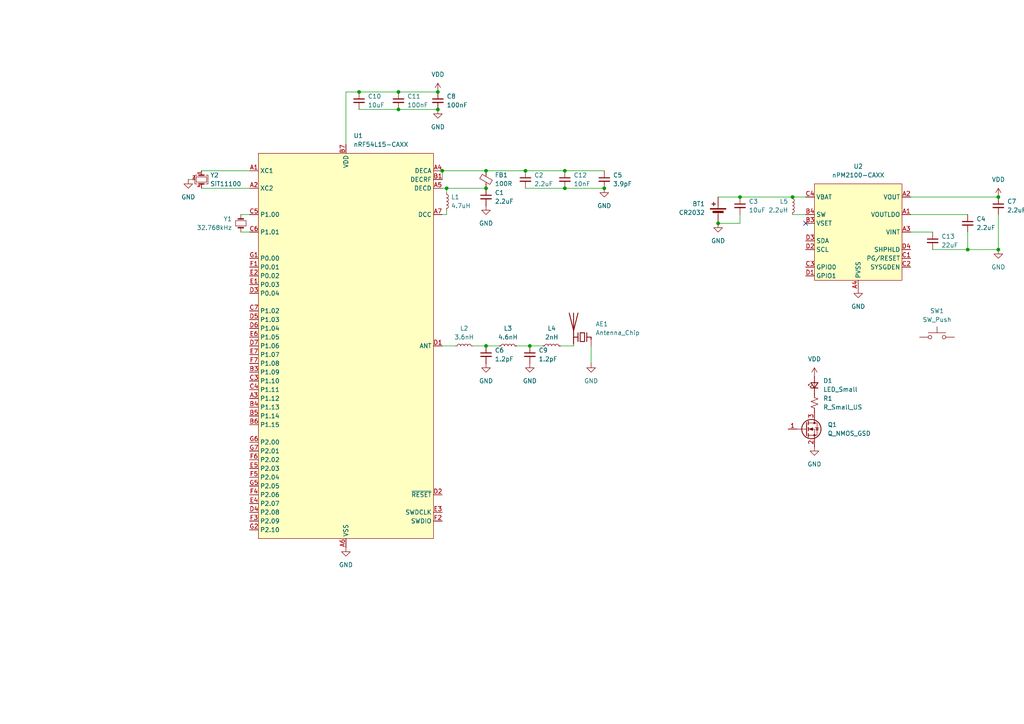
<source format=kicad_sch>
(kicad_sch (version 20240602) (generator "eeschema") (generator_version "8.99")
  (paper "A4")
  (lib_symbols
    (symbol "Device:Antenna_Chip" (pin_numbers hide) (pin_names (offset 1.016) hide)
      (property "Reference" "AE" (at 0 5.08 0))
      (property "Value" "Antenna_Chip" (at 0 3.175 0))
      (symbol "Antenna_Chip_0_1"
        (polyline (pts (xy -2.54 0) (xy -2.54 -0.635)) (stroke (width 0.254)))
        (polyline (pts (xy -2.54 0) (xy -1.27 0)) (stroke (width 0.254)))
        (polyline (pts (xy -1.27 1.27) (xy -1.27 -1.27) (xy -1.27 0)) (stroke (width 0.254)))
        (polyline (pts (xy -0.635 1.27) (xy 0.635 1.27) (xy 0.635 -1.27) (xy -0.635 -1.27) (xy -0.635 1.27)) (stroke (width 0.254)))
        (polyline (pts (xy 1.27 1.27) (xy 1.27 -1.27)) (stroke (width 0.254)))
        (polyline (pts (xy 1.27 0) (xy 2.54 0)) (stroke (width 0.254)))
        (polyline (pts (xy 2.54 6.985) (xy 2.54 -1.905)) (stroke (width 0.254)))
        (polyline (pts (xy 2.54 -0.635) (xy 2.54 0)))
        (polyline (pts (xy 3.81 6.985) (xy 2.54 1.905) (xy 1.27 6.985)) (stroke (width 0.254)))
      )
      (symbol "Antenna_Chip_1_1"
        (pin input line (at -2.54 -2.54 90) (length 2.54) (name "FEED") (number "1"))
        (pin passive line (at 2.54 -2.54 90) (length 2.54) (name "PCB_Trace") (number "2"))
      )
    )
    (symbol "Device:Battery_Cell" (pin_numbers hide) (pin_names (offset 0) hide)
      (property "Reference" "BT" (at 2.54 2.54 0))
      (property "Value" "Battery_Cell" (at 2.54 0 0))
      (symbol "Battery_Cell_0_1"
        (rectangle (start -2.286 1.778) (end 2.286 1.524) (fill (type outline)))
        (rectangle (start -1.524 1.016) (end 1.524 0.508) (fill (type outline)))
        (polyline (pts (xy 0 1.778) (xy 0 2.54)))
        (polyline (pts (xy 0 0.762) (xy 0 0)))
        (polyline (pts (xy 0.762 3.048) (xy 1.778 3.048)) (stroke (width 0.254)))
        (polyline (pts (xy 1.27 3.556) (xy 1.27 2.54)) (stroke (width 0.254)))
      )
      (symbol "Battery_Cell_1_1"
        (pin passive line (at 0 5.08 270) (length 2.54) (name "+") (number "1"))
        (pin passive line (at 0 -2.54 90) (length 2.54) (name "-") (number "2"))
      )
    )
    (symbol "Device:C_Small" (pin_numbers hide) (pin_names (offset 0.254) hide)
      (property "Reference" "C" (at 0.254 1.778 0))
      (property "Value" "C_Small" (at 0.254 -2.032 0))
      (symbol "C_Small_0_1"
        (polyline (pts (xy -1.524 0.508) (xy 1.524 0.508)) (stroke (width 0.3048)))
        (polyline (pts (xy -1.524 -0.508) (xy 1.524 -0.508)) (stroke (width 0.3302)))
      )
      (symbol "C_Small_1_1"
        (pin passive line (at 0 2.54 270) (length 2.032) (name "~") (number "1"))
        (pin passive line (at 0 -2.54 90) (length 2.032) (name "~") (number "2"))
      )
    )
    (symbol "Device:Crystal_Small" (pin_numbers hide) (pin_names (offset 1.016) hide)
      (property "Reference" "Y" (at 0 2.54 0))
      (property "Value" "Crystal_Small" (at 0 -2.54 0))
      (symbol "Crystal_Small_0_1"
        (polyline (pts (xy -1.27 -0.762) (xy -1.27 0.762)) (stroke (width 0.381)))
        (rectangle (start -0.762 -1.524) (end 0.762 1.524))
        (polyline (pts (xy 1.27 -0.762) (xy 1.27 0.762)) (stroke (width 0.381)))
      )
      (symbol "Crystal_Small_1_1"
        (pin passive line (at -2.54 0 0) (length 1.27) (name "1") (number "1"))
        (pin passive line (at 2.54 0 180) (length 1.27) (name "2") (number "2"))
      )
    )
    (symbol "Device:FerriteBead_Small" (pin_numbers hide) (pin_names (offset 0))
      (property "Reference" "FB" (at 1.905 1.27 0))
      (property "Value" "FerriteBead_Small" (at 1.905 -1.27 0))
      (symbol "FerriteBead_Small_0_1"
        (polyline (pts (xy -1.8288 0.2794) (xy -1.1176 1.4986) (xy 1.8288 -0.2032) (xy 1.1176 -1.4224) (xy -1.8288 0.2794)))
        (polyline (pts (xy 0 0.889) (xy 0 1.2954)))
        (polyline (pts (xy 0 -1.27) (xy 0 -0.7874)))
      )
      (symbol "FerriteBead_Small_1_1"
        (pin passive line (at 0 2.54 270) (length 1.27) (name "~") (number "1"))
        (pin passive line (at 0 -2.54 90) (length 1.27) (name "~") (number "2"))
      )
    )
    (symbol "Device:LED_Small" (pin_numbers hide) (pin_names (offset 0.254) hide)
      (property "Reference" "D" (at -1.27 3.175 0))
      (property "Value" "LED_Small" (at -4.445 -2.54 0))
      (symbol "LED_Small_0_1"
        (polyline (pts (xy -0.762 -1.016) (xy -0.762 1.016)) (stroke (width 0.254)))
        (polyline (pts (xy 0 0.762) (xy -0.508 1.27) (xy -0.254 1.27) (xy -0.508 1.27) (xy -0.508 1.016)))
        (polyline (pts (xy 0.508 1.27) (xy 0 1.778) (xy 0.254 1.778) (xy 0 1.778) (xy 0 1.524)))
        (polyline (pts (xy 0.762 -1.016) (xy -0.762 0) (xy 0.762 1.016) (xy 0.762 -1.016)) (stroke (width 0.254)))
        (polyline (pts (xy 1.016 0) (xy -0.762 0)))
      )
      (symbol "LED_Small_1_1"
        (pin passive line (at -2.54 0 0) (length 1.778) (name "K") (number "1"))
        (pin passive line (at 2.54 0 180) (length 1.778) (name "A") (number "2"))
      )
    )
    (symbol "Device:L_Small" (pin_numbers hide) (pin_names (offset 0.254) hide)
      (property "Reference" "L" (at 0.762 1.016 0))
      (property "Value" "L_Small" (at 0.762 -1.016 0))
      (symbol "L_Small_0_1"
        (arc (start 0 2.032) (mid 0.5058 1.524) (end 0 1.016))
        (arc (start 0 1.016) (mid 0.5058 0.508) (end 0 0))
        (arc (start 0 0) (mid 0.5058 -0.508) (end 0 -1.016))
        (arc (start 0 -1.016) (mid 0.5058 -1.524) (end 0 -2.032))
      )
      (symbol "L_Small_1_1"
        (pin passive line (at 0 2.54 270) (length 0.508) (name "~") (number "1"))
        (pin passive line (at 0 -2.54 90) (length 0.508) (name "~") (number "2"))
      )
    )
    (symbol "Device:Q_NMOS_GSD" (pin_names (offset 0) hide)
      (property "Reference" "Q" (at 5.08 1.27 0))
      (property "Value" "Q_NMOS_GSD" (at 5.08 -1.27 0))
      (symbol "Q_NMOS_GSD_0_1"
        (polyline (pts (xy 0.254 1.905) (xy 0.254 -1.905)) (stroke (width 0.254)))
        (polyline (pts (xy 0.254 0) (xy -2.54 0)))
        (polyline (pts (xy 0.762 2.286) (xy 0.762 1.27)) (stroke (width 0.254)))
        (polyline (pts (xy 0.762 0.508) (xy 0.762 -0.508)) (stroke (width 0.254)))
        (polyline (pts (xy 0.762 -1.27) (xy 0.762 -2.286)) (stroke (width 0.254)))
        (polyline (pts (xy 0.762 -1.778) (xy 3.302 -1.778) (xy 3.302 1.778) (xy 0.762 1.778)))
        (polyline (pts (xy 1.016 0) (xy 2.032 0.381) (xy 2.032 -0.381) (xy 1.016 0)) (fill (type outline)))
        (circle (center 1.651 0) (radius 2.794) (stroke (width 0.254)))
        (polyline (pts (xy 2.54 2.54) (xy 2.54 1.778)))
        (circle (center 2.54 1.778) (radius 0.254) (fill (type outline)))
        (circle (center 2.54 -1.778) (radius 0.254) (fill (type outline)))
        (polyline (pts (xy 2.54 -2.54) (xy 2.54 0) (xy 0.762 0)))
        (polyline (pts (xy 2.794 0.508) (xy 2.921 0.381) (xy 3.683 0.381) (xy 3.81 0.254)))
        (polyline (pts (xy 3.302 0.381) (xy 2.921 -0.254) (xy 3.683 -0.254) (xy 3.302 0.381)))
      )
      (symbol "Q_NMOS_GSD_1_1"
        (pin input line (at -5.08 0 0) (length 2.54) (name "G") (number "1"))
        (pin passive line (at 2.54 5.08 270) (length 2.54) (name "D") (number "3"))
        (pin passive line (at 2.54 -5.08 90) (length 2.54) (name "S") (number "2"))
      )
    )
    (symbol "Device:R_Small_US" (pin_numbers hide) (pin_names (offset 0.254) hide)
      (property "Reference" "R" (at 0.762 0.508 0))
      (property "Value" "R_Small_US" (at 0.762 -1.016 0))
      (symbol "R_Small_US_1_1"
        (polyline (pts (xy 0 1.524) (xy 1.016 1.143) (xy 0 0.762) (xy -1.016 0.381) (xy 0 0)))
        (polyline (pts (xy 0 0) (xy 1.016 -0.381) (xy 0 -0.762) (xy -1.016 -1.143) (xy 0 -1.524)))
        (pin passive line (at 0 2.54 270) (length 1.016) (name "~") (number "1"))
        (pin passive line (at 0 -2.54 90) (length 1.016) (name "~") (number "2"))
      )
    )
    (symbol "GND_1" (power) (pin_numbers hide) (pin_names (offset 0) hide)
      (property "Value" "GND" (at 0 -3.81 0))
      (symbol "GND_1_0_1"
        (polyline (pts (xy 0 0) (xy 0 -1.27) (xy 1.27 -1.27) (xy 0 -2.54) (xy -1.27 -1.27) (xy 0 -1.27)))
      )
      (symbol "GND_1_1_1"
        (pin power_in line (at 0 0 270) (length 0) (name "~") (number "1"))
      )
    )
    (symbol "Switch:SW_Push" (pin_numbers hide) (pin_names (offset 1.016) hide)
      (property "Reference" "SW" (at 1.27 2.54 0))
      (property "Value" "SW_Push" (at 0 -1.524 0))
      (symbol "SW_Push_0_1"
        (circle (center -2.032 0) (radius 0.508))
        (polyline (pts (xy 0 1.27) (xy 0 3.048)))
        (circle (center 2.032 0) (radius 0.508))
        (polyline (pts (xy 2.54 1.27) (xy -2.54 1.27)))
        (pin passive line (at -5.08 0 0) (length 2.54) (name "1") (number "1"))
        (pin passive line (at 5.08 0 180) (length 2.54) (name "2") (number "2"))
      )
    )
    (symbol "hlord2000-Device:Crystal_GND23_Small_EZRoute" (pin_names (offset 1.016) hide)
      (property "Reference" "Y" (at 1.27 4.445 0))
      (property "Value" "Crystal_GND23_Small_EZRoute" (at 1.27 2.54 0))
      (symbol "Crystal_GND23_Small_EZRoute_0_1"
        (polyline (pts (xy -1.27 1.27) (xy -1.27 1.905) (xy 1.27 1.905) (xy 1.27 1.27)))
        (polyline (pts (xy -1.27 -0.762) (xy -1.27 0.762)) (stroke (width 0.381)))
        (polyline (pts (xy -1.27 -1.27) (xy -1.27 -1.905) (xy 1.27 -1.905) (xy 1.27 -1.27)))
        (rectangle (start -0.762 -1.524) (end 0.762 1.524))
        (polyline (pts (xy 1.27 -0.762) (xy 1.27 0.762)) (stroke (width 0.381)))
      )
      (symbol "Crystal_GND23_Small_EZRoute_1_1"
        (pin passive line (at -2.54 0 0) (length 1.27) (name "1") (number "1"))
        (pin passive line (at 0 -2.54 90) (length 0.635) (name "2") (number "2"))
        (pin passive line (at 0 -2.54 90) (length 0.635) hide (name "3") (number "3"))
        (pin passive line (at 2.54 0 180) (length 1.27) (name "4") (number "4"))
      )
    )
    (symbol "nordic-lib-kicad-npm:nPM2100-CAXX"
      (property "Reference" "U" (at -11.43 17.78 0))
      (property "Value" "nPM2100-CAXX" (at -5.08 15.24 0))
      (symbol "nPM2100-CAXX_0_0"
        (pin power_in line (at -15.24 10.16 0) (length 2.54) (name "VBAT") (number "C4"))
        (pin passive line (at -15.24 5.08 0) (length 2.54) (name "SW") (number "B4"))
        (pin input line (at -15.24 2.54 0) (length 2.54) (name "VSET") (number "B3"))
        (pin bidirectional line (at -15.24 -10.16 0) (length 2.54) (name "GPIO0") (number "C3"))
        (pin power_in line (at 0 -16.51 90) (length 2.54) (name "PVSS") (number "A4"))
        (pin passive line (at 0 -16.51 90) (length 2.54) hide (name "AVSS1") (number "B1"))
        (pin passive line (at 0 -16.51 90) (length 2.54) hide (name "AVSS2") (number "B2"))
        (pin power_out line (at 15.24 10.16 180) (length 2.54) (name "VOUT") (number "A2"))
        (pin power_out line (at 15.24 5.08 180) (length 2.54) (name "VOUTLDO") (number "A1"))
        (pin passive line (at 15.24 0 180) (length 2.54) (name "VINT") (number "A3"))
        (pin bidirectional line (at 15.24 -7.62 180) (length 2.54) (name "PG/RESET") (number "C1"))
        (pin input line (at 15.24 -10.16 180) (length 2.54) (name "SYSGDEN") (number "C2"))
      )
      (symbol "nPM2100-CAXX_1_0"
        (pin bidirectional line (at -15.24 -2.54 0) (length 2.54) (name "SDA") (number "D3"))
        (pin input line (at -15.24 -5.08 0) (length 2.54) (name "SCL") (number "D2"))
        (pin bidirectional line (at -15.24 -12.7 0) (length 2.54) (name "GPIO1") (number "D1"))
        (pin input line (at 15.24 -5.08 180) (length 2.54) (name "SHPHLD") (number "D4"))
      )
      (symbol "nPM2100-CAXX_1_1"
        (rectangle (start -12.7 13.97) (end 12.7 -13.97) (fill (type background)))
      )
    )
    (symbol "nordic-lib-kicad-nrf54:nRF54L15-CAXX"
      (property "Reference" "U" (at 0 0 0))
      (property "Value" "nRF54L15-CAXX" (at 0 -2.54 0))
      (symbol "nRF54L15-CAXX_1_0"
        (pin bidirectional line (at -27.94 50.8 0) (length 2.54) (name "XC1") (number "A1"))
        (pin bidirectional line (at -27.94 45.72 0) (length 2.54) (name "XC2") (number "A2"))
        (pin bidirectional line (at -27.94 38.1 0) (length 2.54) (name "P1.00") (number "C5"))
        (pin bidirectional line (at -27.94 33.02 0) (length 2.54) (name "P1.01") (number "C6"))
        (pin bidirectional line (at -27.94 25.4 0) (length 2.54) (name "P0.00") (number "G1"))
        (pin bidirectional line (at -27.94 22.86 0) (length 2.54) (name "P0.01") (number "F1"))
        (pin bidirectional line (at -27.94 20.32 0) (length 2.54) (name "P0.02") (number "E2"))
        (pin bidirectional line (at -27.94 17.78 0) (length 2.54) (name "P0.03") (number "E1"))
        (pin bidirectional line (at -27.94 15.24 0) (length 2.54) (name "P0.04") (number "D3"))
        (pin bidirectional line (at -27.94 10.16 0) (length 2.54) (name "P1.02") (number "C7"))
        (pin bidirectional line (at -27.94 7.62 0) (length 2.54) (name "P1.03") (number "D5"))
        (pin bidirectional line (at -27.94 5.08 0) (length 2.54) (name "P1.04") (number "D6"))
        (pin bidirectional line (at -27.94 2.54 0) (length 2.54) (name "P1.05") (number "E6"))
        (pin bidirectional line (at -27.94 0 0) (length 2.54) (name "P1.06") (number "D7"))
        (pin bidirectional line (at -27.94 -2.54 0) (length 2.54) (name "P1.07") (number "E7"))
        (pin bidirectional line (at -27.94 -5.08 0) (length 2.54) (name "P1.08") (number "F7"))
        (pin bidirectional line (at -27.94 -7.62 0) (length 2.54) (name "P1.09") (number "B3"))
        (pin bidirectional line (at -27.94 -10.16 0) (length 2.54) (name "P1.10") (number "C3"))
        (pin bidirectional line (at -27.94 -12.7 0) (length 2.54) (name "P1.11") (number "C4"))
        (pin bidirectional line (at -27.94 -15.24 0) (length 2.54) (name "P1.12") (number "A3"))
        (pin bidirectional line (at -27.94 -17.78 0) (length 2.54) (name "P1.13") (number "B4"))
        (pin bidirectional line (at -27.94 -20.32 0) (length 2.54) (name "P1.14") (number "B5"))
        (pin bidirectional line (at -27.94 -22.86 0) (length 2.54) (name "P1.15") (number "B6"))
        (pin bidirectional line (at -27.94 -27.94 0) (length 2.54) (name "P2.00") (number "G6"))
        (pin bidirectional line (at -27.94 -30.48 0) (length 2.54) (name "P2.01") (number "G7"))
        (pin bidirectional line (at -27.94 -33.02 0) (length 2.54) (name "P2.02") (number "F6"))
        (pin bidirectional line (at -27.94 -35.56 0) (length 2.54) (name "P2.03") (number "E5"))
        (pin bidirectional line (at -27.94 -38.1 0) (length 2.54) (name "P2.04") (number "F5"))
        (pin bidirectional line (at -27.94 -40.64 0) (length 2.54) (name "P2.05") (number "G5"))
        (pin bidirectional line (at -27.94 -43.18 0) (length 2.54) (name "P2.06") (number "F4"))
        (pin bidirectional line (at -27.94 -45.72 0) (length 2.54) (name "P2.07") (number "E4"))
        (pin bidirectional line (at -27.94 -48.26 0) (length 2.54) (name "P2.08") (number "D4"))
        (pin bidirectional line (at -27.94 -50.8 0) (length 2.54) (name "P2.09") (number "F3"))
        (pin bidirectional line (at -27.94 -53.34 0) (length 2.54) (name "P2.10") (number "G2"))
        (pin power_in line (at 0 58.42 270) (length 2.54) (name "VDD") (number "B7"))
        (pin passive line (at 0 58.42 270) (length 2.54) hide (name "VDD") (number "G3"))
        (pin power_in line (at 0 -58.42 90) (length 2.54) (name "VSS") (number "A6"))
        (pin passive line (at 0 -58.42 90) (length 2.54) hide (name "VSS_PA") (number "C2"))
        (pin passive line (at 0 -58.42 90) (length 2.54) hide (name "VSS") (number "G4"))
        (pin passive line (at 27.94 50.8 180) (length 2.54) (name "DECA") (number "A4"))
        (pin passive line (at 27.94 45.72 180) (length 2.54) (name "DECD") (number "A5"))
        (pin power_out line (at 27.94 38.1 180) (length 2.54) (name "DCC") (number "A7"))
        (pin output line (at 27.94 0 180) (length 2.54) (name "ANT") (number "D1"))
        (pin input line (at 27.94 -43.18 180) (length 2.54) (name "~{RESET}") (number "D2"))
        (pin input line (at 27.94 -48.26 180) (length 2.54) (name "SWDCLK") (number "E3"))
        (pin bidirectional line (at 27.94 -50.8 180) (length 2.54) (name "SWDIO") (number "F2"))
      )
      (symbol "nRF54L15-CAXX_1_1"
        (rectangle (start -25.4 55.88) (end 25.4 -55.88) (fill (type background)))
        (pin passive line (at 27.94 48.26 180) (length 2.54) (name "DECRF") (number "B1"))
      )
    )
    (symbol "power:GND" (power) (pin_numbers hide) (pin_names (offset 0) hide)
      (property "Value" "GND" (at 0 -3.81 0))
      (symbol "GND_0_1"
        (polyline (pts (xy 0 0) (xy 0 -1.27) (xy 1.27 -1.27) (xy 0 -2.54) (xy -1.27 -1.27) (xy 0 -1.27)))
      )
      (symbol "GND_1_1"
        (pin power_in line (at 0 0 270) (length 0) (name "~") (number "1"))
      )
    )
    (symbol "power:VDD" (power) (pin_numbers hide) (pin_names (offset 0) hide)
      (property "Value" "VDD" (at 0 3.556 0))
      (symbol "VDD_0_1"
        (polyline (pts (xy -0.762 1.27) (xy 0 2.54)))
        (polyline (pts (xy 0 2.54) (xy 0.762 1.27)))
        (polyline (pts (xy 0 0) (xy 0 2.54)))
      )
      (symbol "VDD_1_1"
        (pin power_in line (at 0 0 90) (length 0) (name "~") (number "1"))
      )
    )
  )
  (junction (at 140.97 100.33))
  (junction (at 115.57 31.75))
  (junction (at 140.97 54.61))
  (junction (at 214.63 57.15))
  (junction (at 280.67 72.39))
  (junction (at 127 26.67))
  (junction (at 128.27 49.53))
  (junction (at 129.54 54.61))
  (junction (at 289.56 72.39))
  (junction (at 175.26 54.61))
  (junction (at 153.67 100.33))
  (junction (at 104.14 26.67))
  (junction (at 152.4 49.53))
  (junction (at 127 31.75))
  (junction (at 115.57 26.67))
  (junction (at 229.87 57.15))
  (junction (at 140.97 49.53))
  (junction (at 163.83 49.53))
  (junction (at 163.83 54.61))
  (junction (at 289.56 57.15))
  (junction (at 208.28 64.77))
  (no_connect (at 233.68 64.77))
  (wire (pts (xy 214.63 57.15) (xy 229.87 57.15)))
  (wire (pts (xy 129.54 54.61) (xy 129.54 55.88)))
  (wire (pts (xy 140.97 49.53) (xy 152.4 49.53)))
  (wire (pts (xy 115.57 26.67) (xy 127 26.67)))
  (wire (pts (xy 149.86 100.33) (xy 153.67 100.33)))
  (wire (pts (xy 171.45 105.41) (xy 171.45 100.33)))
  (wire (pts (xy 208.28 57.15) (xy 214.63 57.15)))
  (wire (pts (xy 129.54 54.61) (xy 128.27 54.61)))
  (wire (pts (xy 144.78 100.33) (xy 140.97 100.33)))
  (wire (pts (xy 229.87 62.23) (xy 233.68 62.23)))
  (wire (pts (xy 104.14 31.75) (xy 115.57 31.75)))
  (wire (pts (xy 140.97 100.33) (xy 137.16 100.33)))
  (wire (pts (xy 270.51 72.39) (xy 280.67 72.39)))
  (wire (pts (xy 69.85 67.31) (xy 72.39 67.31)))
  (wire (pts (xy 214.63 62.23) (xy 214.63 64.77)))
  (wire (pts (xy 163.83 54.61) (xy 175.26 54.61)))
  (wire (pts (xy 166.37 100.33) (xy 162.56 100.33)))
  (wire (pts (xy 128.27 49.53) (xy 128.27 52.07)))
  (wire (pts (xy 152.4 54.61) (xy 163.83 54.61)))
  (wire (pts (xy 132.08 100.33) (xy 128.27 100.33)))
  (wire (pts (xy 152.4 49.53) (xy 163.83 49.53)))
  (wire (pts (xy 264.16 57.15) (xy 289.56 57.15)))
  (wire (pts (xy 264.16 67.31) (xy 270.51 67.31)))
  (wire (pts (xy 129.54 62.23) (xy 128.27 62.23)))
  (wire (pts (xy 163.83 49.53) (xy 175.26 49.53)))
  (wire (pts (xy 104.14 26.67) (xy 115.57 26.67)))
  (wire (pts (xy 280.67 72.39) (xy 289.56 72.39)))
  (wire (pts (xy 140.97 54.61) (xy 129.54 54.61)))
  (wire (pts (xy 264.16 62.23) (xy 280.67 62.23)))
  (wire (pts (xy 129.54 60.96) (xy 129.54 62.23)))
  (wire (pts (xy 280.67 72.39) (xy 280.67 67.31)))
  (wire (pts (xy 58.42 54.61) (xy 72.39 54.61)))
  (wire (pts (xy 153.67 100.33) (xy 157.48 100.33)))
  (wire (pts (xy 104.14 26.67) (xy 100.33 26.67)))
  (wire (pts (xy 229.87 57.15) (xy 233.68 57.15)))
  (wire (pts (xy 100.33 26.67) (xy 100.33 41.91)))
  (wire (pts (xy 208.28 64.77) (xy 214.63 64.77)))
  (wire (pts (xy 58.42 49.53) (xy 72.39 49.53)))
  (wire (pts (xy 115.57 31.75) (xy 127 31.75)))
  (wire (pts (xy 54.61 52.07) (xy 55.88 52.07)))
  (wire (pts (xy 289.56 72.39) (xy 289.56 62.23)))
  (wire (pts (xy 69.85 62.23) (xy 72.39 62.23)))
  (wire (pts (xy 128.27 49.53) (xy 140.97 49.53)))
  (symbol (lib_id "Device:Antenna_Chip") (at 168.91 97.79 0) (mirror y) (unit 1)
    (property "Reference" "AE1" (at 172.72 93.9799 0) (effects (justify right)))
    (property "Value" "Antenna_Chip" (at 172.72 96.5199 0) (effects (justify right)))
    (property "Footprint" "RF_Antenna:Johanson_2450AT18x100" (effects (hide yes)))
    (property "Description" "Ceramic chip antenna with pin for PCB trace" (effects (hide yes)))
  )
  (symbol (lib_id "nordic-lib-kicad-nrf54:nRF54L15-CAXX") (at 100.33 100.33 0) (unit 1)
    (property "Reference" "U1" (at 102.5241 39.37 0) (effects (justify left)))
    (property "Value" "nRF54L15-CAXX" (at 102.5241 41.91 0) (effects (justify left)))
    (property "Footprint" "nordic-lib-kicad-nrf54:BGA-49_7x7_2.3984x2.2309mm" (effects (hide yes)))
    (property "Description" "nRF54L Dual Core Multiprotocol BLE SoC" (effects (hide yes)))
  )
  (symbol (lib_id "power:VDD") (at 236.22 109.22 0) (unit 1)
    (property "Reference" "#PWR014" (effects (hide yes)))
    (property "Value" "VDD" (at 236.22 104.14 0))
    (property "Description" "Power symbol creates a global label with name \"VDD\"" (effects (hide yes)))
  )
  (symbol (lib_name "GND_1") (lib_id "power:GND") (at 175.26 54.61 0) (unit 1)
    (property "Reference" "#PWR04" (effects (hide yes)))
    (property "Value" "GND" (at 175.26 59.69 0))
    (property "Description" "Power symbol creates a global label with name \"GND\" , ground" (effects (hide yes)))
  )
  (symbol (lib_name "GND_1") (lib_id "power:GND") (at 208.28 64.77 0) (unit 1)
    (property "Reference" "#PWR03" (effects (hide yes)))
    (property "Value" "GND" (at 208.28 69.85 0))
    (property "Description" "Power symbol creates a global label with name \"GND\" , ground" (effects (hide yes)))
  )
  (symbol (lib_id "Device:L_Small") (at 129.54 58.42 0) (unit 1)
    (property "Reference" "L1" (at 130.81 57.1499 0) (effects (justify left)))
    (property "Value" "4.7uH" (at 130.81 59.6899 0) (effects (justify left)))
    (property "Footprint" "Inductor_SMD:L_0402_1005Metric" (effects (hide yes)))
    (property "Description" "Inductor, small symbol" (effects (hide yes)))
  )
  (symbol (lib_id "Device:C_Small") (at 152.4 52.07 0) (unit 1)
    (property "Reference" "C2" (at 154.94 50.8062 0) (effects (justify left)))
    (property "Value" "2.2uF" (at 154.94 53.3462 0) (effects (justify left)))
    (property "Footprint" "Capacitor_SMD:C_0201_0603Metric" (effects (hide yes)))
    (property "Description" "Unpolarized capacitor, small symbol" (effects (hide yes)))
  )
  (symbol (lib_id "power:GND") (at 289.56 72.39 0) (unit 1)
    (property "Reference" "#PWR012" (effects (hide yes)))
    (property "Value" "GND" (at 289.56 77.47 0))
    (property "Description" "Power symbol creates a global label with name \"GND\" , ground" (effects (hide yes)))
  )
  (symbol (lib_id "Device:Battery_Cell") (at 208.28 62.23 0) (mirror y) (unit 1)
    (property "Reference" "BT1" (at 204.47 59.1184 0) (effects (justify left)))
    (property "Value" "CR2032" (at 204.47 61.6584 0) (effects (justify left)))
    (property "Footprint" "Battery:BatteryHolder_Multicomp_BC-2001_1x2032" (effects (hide yes)))
    (property "Description" "Single-cell battery" (effects (hide yes)))
    (property "LCSC" "C964829" (effects (hide yes)))
  )
  (symbol (lib_name "GND_1") (lib_id "power:GND") (at 153.67 105.41 0) (unit 1)
    (property "Reference" "#PWR09" (effects (hide yes)))
    (property "Value" "GND" (at 153.67 110.49 0))
    (property "Description" "Power symbol creates a global label with name \"GND\" , ground" (effects (hide yes)))
  )
  (symbol (lib_id "Device:C_Small") (at 140.97 57.15 0) (unit 1)
    (property "Reference" "C1" (at 143.51 55.8862 0) (effects (justify left)))
    (property "Value" "2.2uF" (at 143.51 58.4262 0) (effects (justify left)))
    (property "Footprint" "Capacitor_SMD:C_0201_0603Metric" (effects (hide yes)))
    (property "Description" "Unpolarized capacitor, small symbol" (effects (hide yes)))
  )
  (symbol (lib_id "Device:C_Small") (at 280.67 64.77 0) (unit 1)
    (property "Reference" "C4" (at 283.21 63.5062 0) (effects (justify left)))
    (property "Value" "2.2uF" (at 283.21 66.0462 0) (effects (justify left)))
    (property "Footprint" "Capacitor_SMD:C_0201_0603Metric" (effects (hide yes)))
    (property "Description" "Unpolarized capacitor, small symbol" (effects (hide yes)))
  )
  (symbol (lib_name "GND_1") (lib_id "power:GND") (at 140.97 59.69 0) (unit 1)
    (property "Reference" "#PWR06" (effects (hide yes)))
    (property "Value" "GND" (at 140.97 64.77 0))
    (property "Description" "Power symbol creates a global label with name \"GND\" , ground" (effects (hide yes)))
  )
  (symbol (lib_name "GND_1") (lib_id "power:GND") (at 140.97 105.41 0) (unit 1)
    (property "Reference" "#PWR08" (effects (hide yes)))
    (property "Value" "GND" (at 140.97 110.49 0))
    (property "Description" "Power symbol creates a global label with name \"GND\" , ground" (effects (hide yes)))
  )
  (symbol (lib_id "power:GND") (at 248.92 83.82 0) (unit 1)
    (property "Reference" "#PWR02" (effects (hide yes)))
    (property "Value" "GND" (at 248.92 88.9 0))
    (property "Description" "Power symbol creates a global label with name \"GND\" , ground" (effects (hide yes)))
  )
  (symbol (lib_name "GND_1") (lib_id "power:GND") (at 54.61 52.07 0) (unit 1)
    (property "Reference" "#PWR015" (effects (hide yes)))
    (property "Value" "GND" (at 54.61 57.15 0))
    (property "Description" "Power symbol creates a global label with name \"GND\" , ground" (effects (hide yes)))
  )
  (symbol (lib_id "Device:C_Small") (at 115.57 29.21 0) (unit 1)
    (property "Reference" "C11" (at 118.11 27.9462 0) (effects (justify left)))
    (property "Value" "100nF" (at 118.11 30.4862 0) (effects (justify left)))
    (property "Footprint" "Capacitor_SMD:C_0201_0603Metric" (effects (hide yes)))
    (property "Description" "Unpolarized capacitor, small symbol" (effects (hide yes)))
  )
  (symbol (lib_id "Device:LED_Small") (at 236.22 111.76 90) (unit 1)
    (property "Reference" "D1" (at 238.76 110.4264 90) (effects (justify right)))
    (property "Value" "LED_Small" (at 238.76 112.9664 90) (effects (justify right)))
    (property "Footprint" "LED_SMD:LED_0603_1608Metric" (effects (hide yes)))
    (property "Description" "Light emitting diode, small symbol" (effects (hide yes)))
  )
  (symbol (lib_id "Device:C_Small") (at 289.56 59.69 0) (unit 1)
    (property "Reference" "C7" (at 292.1 58.4262 0) (effects (justify left)))
    (property "Value" "2.2uF" (at 292.1 60.9662 0) (effects (justify left)))
    (property "Footprint" "Capacitor_SMD:C_0201_0603Metric" (effects (hide yes)))
    (property "Description" "Unpolarized capacitor, small symbol" (effects (hide yes)))
  )
  (symbol (lib_id "power:VDD") (at 127 26.67 0) (unit 1)
    (property "Reference" "#PWR011" (effects (hide yes)))
    (property "Value" "VDD" (at 127 21.59 0))
    (property "Description" "Power symbol creates a global label with name \"VDD\"" (effects (hide yes)))
  )
  (symbol (lib_id "Switch:SW_Push") (at 271.78 97.79 0) (unit 1)
    (property "Reference" "SW1" (at 271.78 90.17 0))
    (property "Value" "SW_Push" (at 271.78 92.71 0))
    (property "Footprint" "Button_Switch_SMD:SW_Push_1P1T_NO_Vertical_Wuerth_434133025816" (effects (hide yes)))
    (property "Description" "Push button switch, generic, two pins" (effects (hide yes)))
  )
  (symbol (lib_id "Device:C_Small") (at 104.14 29.21 0) (unit 1)
    (property "Reference" "C10" (at 106.68 27.9462 0) (effects (justify left)))
    (property "Value" "10uF" (at 106.68 30.4862 0) (effects (justify left)))
    (property "Footprint" "Capacitor_SMD:C_0201_0603Metric" (effects (hide yes)))
    (property "Description" "Unpolarized capacitor, small symbol" (effects (hide yes)))
  )
  (symbol (lib_id "Device:Crystal_Small") (at 69.85 64.77 270) (mirror x) (unit 1)
    (property "Reference" "Y1" (at 67.31 63.4999 90) (effects (justify right)))
    (property "Value" "32.768kHz" (at 67.31 66.0399 90) (effects (justify right)))
    (property "Footprint" "hlord2000-Crystal:Crystal_SMD_1210-2Pin_1.2x1.0mm" (effects (hide yes)))
    (property "Description" "Two pin crystal, small symbol" (effects (hide yes)))
  )
  (symbol (lib_id "Device:C_Small") (at 127 29.21 0) (unit 1)
    (property "Reference" "C8" (at 129.54 27.9462 0) (effects (justify left)))
    (property "Value" "100nF" (at 129.54 30.4862 0) (effects (justify left)))
    (property "Footprint" "Capacitor_SMD:C_0201_0603Metric" (effects (hide yes)))
    (property "Description" "Unpolarized capacitor, small symbol" (effects (hide yes)))
  )
  (symbol (lib_id "Device:C_Small") (at 214.63 59.69 0) (unit 1)
    (property "Reference" "C3" (at 217.17 58.4262 0) (effects (justify left)))
    (property "Value" "10uF" (at 217.17 60.9662 0) (effects (justify left)))
    (property "Footprint" "Capacitor_SMD:C_0201_0603Metric" (effects (hide yes)))
    (property "Description" "Unpolarized capacitor, small symbol" (effects (hide yes)))
  )
  (symbol (lib_id "hlord2000-Device:Crystal_GND23_Small_EZRoute") (at 58.42 52.07 270) (unit 1)
    (property "Reference" "Y2" (at 60.96 50.7999 90) (effects (justify left)))
    (property "Value" "SiT11100" (at 60.96 53.3399 90) (effects (justify left)))
    (property "Footprint" "hlord2000-Oscillator:Oscillator_SMD_SiTime_SiT11100-4Pin_0.46x0.46mm" (effects (hide yes)))
    (property "Description" "Four pin crystal, GND on pins 2 and 3, small symbol" (effects (hide yes)))
  )
  (symbol (lib_id "Device:C_Small") (at 153.67 102.87 0) (unit 1)
    (property "Reference" "C9" (at 156.21 101.6062 0) (effects (justify left)))
    (property "Value" "1.2pF" (at 156.21 104.1462 0) (effects (justify left)))
    (property "Footprint" "Capacitor_SMD:C_0201_0603Metric" (effects (hide yes)))
    (property "Description" "Unpolarized capacitor, small symbol" (effects (hide yes)))
  )
  (symbol (lib_name "GND_1") (lib_id "power:GND") (at 127 31.75 0) (unit 1)
    (property "Reference" "#PWR05" (effects (hide yes)))
    (property "Value" "GND" (at 127 36.83 0))
    (property "Description" "Power symbol creates a global label with name \"GND\" , ground" (effects (hide yes)))
  )
  (symbol (lib_id "power:VDD") (at 289.56 57.15 0) (unit 1)
    (property "Reference" "#PWR07" (effects (hide yes)))
    (property "Value" "VDD" (at 289.56 52.07 0))
    (property "Description" "Power symbol creates a global label with name \"VDD\"" (effects (hide yes)))
  )
  (symbol (lib_id "Device:L_Small") (at 134.62 100.33 90) (unit 1)
    (property "Reference" "L2" (at 134.62 95.25 90))
    (property "Value" "3.6nH" (at 134.62 97.79 90))
    (property "Footprint" "Capacitor_SMD:C_0201_0603Metric" (effects (hide yes)))
    (property "Description" "Inductor, small symbol" (effects (hide yes)))
  )
  (symbol (lib_id "Device:C_Small") (at 175.26 52.07 0) (unit 1)
    (property "Reference" "C5" (at 177.8 50.8062 0) (effects (justify left)))
    (property "Value" "3.9pF" (at 177.8 53.3462 0) (effects (justify left)))
    (property "Footprint" "Capacitor_SMD:C_0201_0603Metric" (effects (hide yes)))
    (property "Description" "Unpolarized capacitor, small symbol" (effects (hide yes)))
  )
  (symbol (lib_id "Device:C_Small") (at 140.97 102.87 0) (unit 1)
    (property "Reference" "C6" (at 143.51 101.6062 0) (effects (justify left)))
    (property "Value" "1.2pF" (at 143.51 104.1462 0) (effects (justify left)))
    (property "Footprint" "Capacitor_SMD:C_0201_0603Metric" (effects (hide yes)))
    (property "Description" "Unpolarized capacitor, small symbol" (effects (hide yes)))
  )
  (symbol (lib_id "Device:C_Small") (at 163.83 52.07 0) (unit 1)
    (property "Reference" "C12" (at 166.37 50.8062 0) (effects (justify left)))
    (property "Value" "10nF" (at 166.37 53.3462 0) (effects (justify left)))
    (property "Footprint" "Capacitor_SMD:C_0201_0603Metric" (effects (hide yes)))
    (property "Description" "Unpolarized capacitor, small symbol" (effects (hide yes)))
  )
  (symbol (lib_id "Device:Q_NMOS_GSD") (at 233.68 124.46 0) (unit 1)
    (property "Reference" "Q1" (at 240.03 123.1899 0) (effects (justify left)))
    (property "Value" "Q_NMOS_GSD" (at 240.03 125.7299 0) (effects (justify left)))
    (property "Description" "N-MOSFET transistor, gate/source/drain" (effects (hide yes)))
  )
  (symbol (lib_id "nordic-lib-kicad-npm:nPM2100-CAXX") (at 248.92 67.31 0) (unit 1)
    (property "Reference" "U2" (at 248.92 48.26 0))
    (property "Value" "nPM2100-CAXX" (at 248.92 50.8 0))
    (property "Footprint" "nordic-lib-kicad-npm:BGA-16_4x4_1.9175x1.8975mm" (effects (hide yes)))
  )
  (symbol (lib_id "power:GND") (at 236.22 129.54 0) (unit 1)
    (property "Reference" "#PWR013" (effects (hide yes)))
    (property "Value" "GND" (at 236.22 134.62 0))
    (property "Description" "Power symbol creates a global label with name \"GND\" , ground" (effects (hide yes)))
  )
  (symbol (lib_id "Device:L_Small") (at 147.32 100.33 90) (unit 1)
    (property "Reference" "L3" (at 147.32 95.25 90))
    (property "Value" "4.6nH" (at 147.32 97.79 90))
    (property "Footprint" "Capacitor_SMD:C_0201_0603Metric" (effects (hide yes)))
    (property "Description" "Inductor, small symbol" (effects (hide yes)))
  )
  (symbol (lib_id "power:GND") (at 100.33 158.75 0) (unit 1)
    (property "Reference" "#PWR01" (effects (hide yes)))
    (property "Value" "GND" (at 100.33 163.83 0))
    (property "Description" "Power symbol creates a global label with name \"GND\" , ground" (effects (hide yes)))
  )
  (symbol (lib_id "Device:L_Small") (at 229.87 59.69 0) (unit 1)
    (property "Reference" "L5" (at 228.6 58.4199 0) (effects (justify right)))
    (property "Value" "2.2uH" (at 228.6 60.9599 0) (effects (justify right)))
    (property "Footprint" "Inductor_SMD:L_0402_1005Metric" (effects (hide yes)))
    (property "Description" "Inductor, small symbol" (effects (hide yes)))
  )
  (symbol (lib_name "GND_1") (lib_id "power:GND") (at 171.45 105.41 0) (unit 1)
    (property "Reference" "#PWR010" (effects (hide yes)))
    (property "Value" "GND" (at 171.45 110.49 0))
    (property "Description" "Power symbol creates a global label with name \"GND\" , ground" (effects (hide yes)))
  )
  (symbol (lib_id "Device:FerriteBead_Small") (at 140.97 52.07 0) (unit 1)
    (property "Reference" "FB1" (at 143.51 50.7618 0) (effects (justify left)))
    (property "Value" "100R" (at 143.51 53.3018 0) (effects (justify left)))
    (property "Footprint" "Capacitor_SMD:C_0201_0603Metric" (effects (hide yes)))
    (property "Description" "Ferrite bead, small symbol" (effects (hide yes)))
  )
  (symbol (lib_id "Device:L_Small") (at 160.02 100.33 90) (unit 1)
    (property "Reference" "L4" (at 160.02 95.25 90))
    (property "Value" "2nH" (at 160.02 97.79 90))
    (property "Footprint" "Capacitor_SMD:C_0201_0603Metric" (effects (hide yes)))
    (property "Description" "Inductor, small symbol" (effects (hide yes)))
  )
  (symbol (lib_id "Device:C_Small") (at 270.51 69.85 0) (unit 1)
    (property "Reference" "C13" (at 273.05 68.5862 0) (effects (justify left)))
    (property "Value" "22uF" (at 273.05 71.1262 0) (effects (justify left)))
    (property "Footprint" "Capacitor_SMD:C_0402_1005Metric" (effects (hide yes)))
    (property "Description" "Unpolarized capacitor, small symbol" (effects (hide yes)))
  )
  (symbol (lib_id "Device:R_Small_US") (at 236.22 116.84 0) (unit 1)
    (property "Reference" "R1" (at 238.76 115.5699 0) (effects (justify left)))
    (property "Value" "R_Small_US" (at 238.76 118.1099 0) (effects (justify left)))
    (property "Description" "Resistor, small US symbol" (effects (hide yes)))
  )
)
</source>
